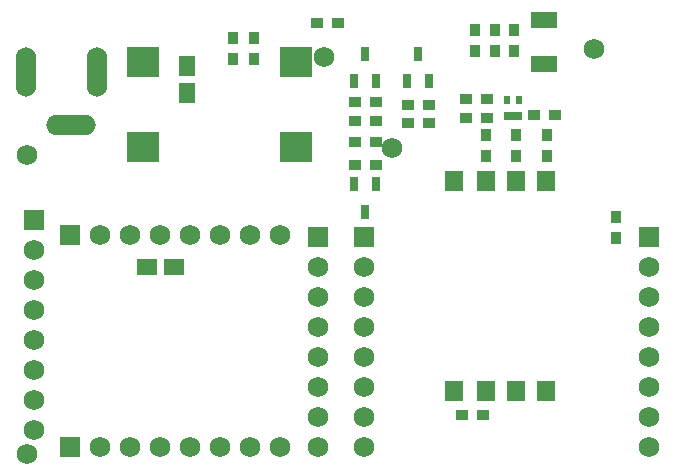
<source format=gbs>
%FSLAX25Y25*%
%MOIN*%
G70*
G01*
G75*
G04 Layer_Color=16711935*
%ADD10C,0.03150*%
%ADD11R,0.11811X0.04213*%
%ADD12R,0.03500X0.03000*%
%ADD13R,0.03000X0.03500*%
%ADD14R,0.04299X0.02362*%
%ADD15O,0.05906X0.01969*%
%ADD16O,0.01969X0.05906*%
%ADD17O,0.02756X0.09843*%
%ADD18O,0.09843X0.02756*%
%ADD19R,0.04134X0.08661*%
%ADD20R,0.03937X0.04134*%
%ADD21R,0.09449X0.10236*%
%ADD22R,0.37008X0.27559*%
%ADD23C,0.01000*%
%ADD24C,0.02000*%
%ADD25C,0.04000*%
%ADD26C,0.02500*%
%ADD27C,0.03000*%
%ADD28C,0.05000*%
%ADD29R,0.06500X0.22642*%
%ADD30C,0.06000*%
%ADD31O,0.05906X0.15748*%
%ADD32R,0.06000X0.06000*%
%ADD33R,0.06000X0.06000*%
%ADD34O,0.15748X0.05906*%
%ADD35C,0.02500*%
%ADD36C,0.05000*%
%ADD37R,0.10236X0.09449*%
%ADD38R,0.06000X0.05000*%
%ADD39R,0.05000X0.06000*%
%ADD40R,0.01181X0.01772*%
%ADD41R,0.02362X0.04299*%
%ADD42R,0.07874X0.04921*%
%ADD43R,0.05512X0.06299*%
%ADD44R,0.22000X0.13500*%
%ADD45C,0.00500*%
%ADD46C,0.01969*%
%ADD47C,0.01600*%
%ADD48C,0.00600*%
%ADD49C,0.00800*%
%ADD50R,0.01870X0.17323*%
%ADD51C,0.00100*%
%ADD52R,0.17323X0.01870*%
%ADD53R,0.08412X0.01181*%
%ADD54R,0.12611X0.05013*%
%ADD55R,0.04300X0.03800*%
%ADD56R,0.03800X0.04300*%
%ADD57R,0.05099X0.03162*%
%ADD58O,0.06706X0.02769*%
%ADD59O,0.02769X0.06706*%
%ADD60O,0.03556X0.10642*%
%ADD61O,0.10642X0.03556*%
%ADD62R,0.04934X0.09461*%
%ADD63R,0.04737X0.04934*%
%ADD64R,0.10249X0.11036*%
%ADD65R,0.37808X0.28359*%
%ADD66C,0.06800*%
%ADD67O,0.06706X0.16548*%
%ADD68R,0.06800X0.06800*%
%ADD69R,0.06800X0.06800*%
%ADD70O,0.16548X0.06706*%
%ADD71R,0.11036X0.10249*%
%ADD72R,0.06800X0.05800*%
%ADD73R,0.05800X0.06800*%
%ADD74R,0.01981X0.02572*%
%ADD75R,0.03162X0.05099*%
%ADD76R,0.08674X0.05721*%
%ADD77R,0.06312X0.07099*%
D55*
X158736Y116000D02*
D03*
X151736D02*
D03*
X174236Y117000D02*
D03*
X181236D02*
D03*
X158736Y122500D02*
D03*
X151736D02*
D03*
X114736Y115000D02*
D03*
X121736D02*
D03*
Y121500D02*
D03*
X114736D02*
D03*
X132236Y114500D02*
D03*
X139236D02*
D03*
Y120500D02*
D03*
X132236D02*
D03*
X121736Y108000D02*
D03*
X114736D02*
D03*
Y100500D02*
D03*
X121736D02*
D03*
X150236Y17000D02*
D03*
X157236D02*
D03*
X108823Y147760D02*
D03*
X101823D02*
D03*
D56*
X80823Y142760D02*
D03*
Y135760D02*
D03*
X73823Y142760D02*
D03*
X178736Y110500D02*
D03*
Y103500D02*
D03*
X158236D02*
D03*
Y110500D02*
D03*
X168236Y103500D02*
D03*
Y110500D02*
D03*
X201736Y76000D02*
D03*
Y83000D02*
D03*
X167736Y138500D02*
D03*
Y145500D02*
D03*
X161236Y138500D02*
D03*
Y145500D02*
D03*
X154736Y138500D02*
D03*
Y145500D02*
D03*
X73823Y135760D02*
D03*
D66*
X5200Y4000D02*
D03*
X194300Y139000D02*
D03*
X5200Y103800D02*
D03*
X104142Y136579D02*
D03*
X7736Y52100D02*
D03*
X212736Y56500D02*
D03*
X29736Y77000D02*
D03*
X49736D02*
D03*
X59736D02*
D03*
X69736D02*
D03*
X79736D02*
D03*
X89736D02*
D03*
X7736Y72100D02*
D03*
Y62100D02*
D03*
Y42100D02*
D03*
Y32100D02*
D03*
Y22100D02*
D03*
Y12100D02*
D03*
X102236Y66500D02*
D03*
Y56500D02*
D03*
Y46500D02*
D03*
Y36500D02*
D03*
Y26500D02*
D03*
Y16500D02*
D03*
Y6500D02*
D03*
X39736D02*
D03*
X49736D02*
D03*
X59736D02*
D03*
X69736D02*
D03*
X79736D02*
D03*
X89736D02*
D03*
X117736Y56500D02*
D03*
X212736Y46500D02*
D03*
Y66500D02*
D03*
X117736D02*
D03*
Y36500D02*
D03*
Y16500D02*
D03*
Y6500D02*
D03*
X212736Y36500D02*
D03*
Y26500D02*
D03*
Y16500D02*
D03*
Y6500D02*
D03*
X117736Y46500D02*
D03*
Y26500D02*
D03*
X29736Y6500D02*
D03*
X39736Y77000D02*
D03*
X126823Y106260D02*
D03*
D67*
X28594Y131500D02*
D03*
X4972D02*
D03*
D68*
X19736Y77000D02*
D03*
Y6500D02*
D03*
D69*
X7736Y82100D02*
D03*
X102236Y76500D02*
D03*
X117736D02*
D03*
X212736D02*
D03*
D70*
X19933Y113784D02*
D03*
D71*
X43972Y134673D02*
D03*
X94823Y134933D02*
D03*
X43972Y106327D02*
D03*
X94823Y106587D02*
D03*
D72*
X45236Y66500D02*
D03*
X54236D02*
D03*
D73*
X58472Y133500D02*
D03*
Y124500D02*
D03*
D74*
X169205Y122158D02*
D03*
X165268D02*
D03*
Y116842D02*
D03*
X169205D02*
D03*
X167236D02*
D03*
D75*
X117996Y137587D02*
D03*
X114256Y128500D02*
D03*
X121736D02*
D03*
X135496Y137587D02*
D03*
X131756Y128500D02*
D03*
X139236D02*
D03*
X117976Y84913D02*
D03*
X121716Y94000D02*
D03*
X114236D02*
D03*
D76*
X177736Y148882D02*
D03*
Y134118D02*
D03*
D77*
X147528Y25315D02*
D03*
X158236D02*
D03*
X178236D02*
D03*
X168236D02*
D03*
X158236Y95000D02*
D03*
X168236D02*
D03*
X178236D02*
D03*
X147528D02*
D03*
M02*

</source>
